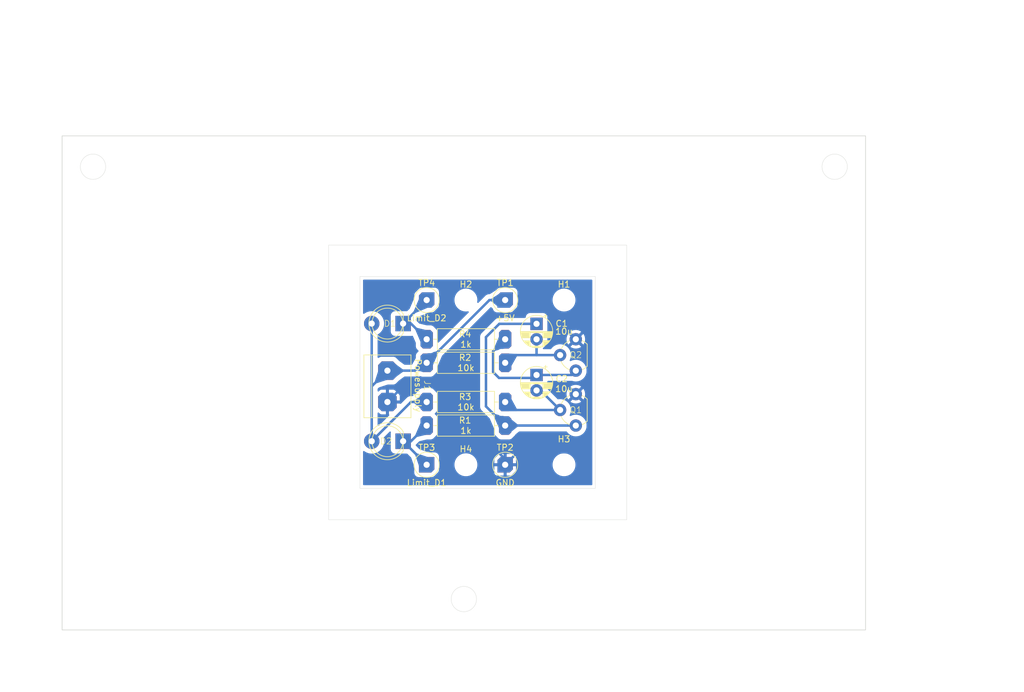
<source format=kicad_pcb>
(kicad_pcb (version 20241229) (generator "pcbnew") (generator_version "9.0")
  (title_block (title "${PROJECTNAME} CNC PCB Design") (comment 1 "Finn Ringelsiep"))
  (layers (0 "F.Cu" signal) (2 "B.Cu" signal) (13 "F.Paste" user) (15 "B.Paste" user) (5 "F.SilkS" user "F.Silkscreen") (7 "B.SilkS" user "B.Silkscreen") (1 "F.Mask" user) (3 "B.Mask" user) (25 "Edge.Cuts" user))
  (net 0 "")
  (net 1 "/Base_Q2")
  (net 2 "/Pre_Q1")
  (net 3 "/Base_Q1")
  (net 4 "/Pre_Q2")
  (net 5 "/Limit_D1")
  (net 6 "+5V")
  (net 7 "/Limit_D2")
  (net 8 "GND")
  (footprint "001 CNC Footprints:TestPoint" (layer "F.Cu") (at 146.05 108.585)
    (property "Reference" "TP2" (hide yes))
    (property "Value" "GND" (at 0 2.921 0) (layer "F.SilkS"))
    (fp_circle (center 0 0) (end 0 2.032) (stroke (width 0.12)) (fill no) (layer "F.SilkS"))
    (fp_text user "${REFERENCE}" (at 0 -2.794 0) (layer "F.SilkS"))
    (pad "1" thru_hole roundrect (at 0 0) (size 2.5 2.5) (drill 1) (layers "*.Cu" "*.Mask") (roundrect_rratio 0) (chamfer_ratio 0.2) (chamfer top_left bottom_right) (net 8 "GND"))
  )
  (footprint "MountingHole:MountingHole_3.2mm_M3" (layer "F.Cu") (at 155.575 108.585)
    (property "Reference" "H3" (at 0 -4.15 0) (layer "F.SilkS"))
    (property "Value" "MountingHole")
    (pad "" np_thru_hole circle (at 0 0) (size 3.2 3.2) (drill 3.2) (layers "*.Cu" "*.Mask"))
  )
  (footprint "001 CNC Footprints:TO-92" (layer "F.Cu") (at 157.48 90.805 90)
    (property "Reference" "Q2" (at 0 0 0) (layer "F.SilkS") (effects (font (thickness 0.1))))
    (property "Value" "BC546")
    (fp_line (start -1.822702 1.85) (end 1.777298 1.85) (stroke (width 0.12)) (layer "F.SilkS"))
    (fp_arc (start 1.02 -2.32) (mid 1.776785 -1.79763) (end 2.298374 -1.040306) (stroke (width 0.12)) (layer "F.SilkS"))
    (fp_arc (start -2.38 -1.06) (mid -1.845833 -1.832116) (end -1.0711 -2.36248) (stroke (width 0.12)) (layer "F.SilkS"))
    (fp_arc (start 2.31 1.04) (mid 2.077944 1.452717) (end 1.773693 1.815507) (stroke (width 0.12)) (layer "F.SilkS"))
    (fp_arc (start -1.834908 1.842923) (mid -2.143889 1.476828) (end -2.38 1.06) (stroke (width 0.12)) (layer "F.SilkS"))
    (pad "1" thru_hole circle (at -2.54 0 90) (size 2 2) (drill 1) (layers "*.Cu" "*.Mask") (net 4 "/Pre_Q2"))
    (pad "2" thru_hole circle (at -0.022702 -2.54 90) (size 2 2) (drill 1) (layers "*.Cu" "*.Mask") (net 1 "/Base_Q2"))
    (pad "3" thru_hole circle (at 2.54 0 90) (size 2 2) (drill 1) (layers "*.Cu" "*.Mask") (net 8 "GND"))
  )
  (footprint "001 CNC Footprints:LED 5mm" (layer "F.Cu") (at 129.61 104.775 180)
    (property "Reference" "D2" (at 3.88 0 0) (layer "F.SilkS") (effects (font (thickness 0.1)) (justify left)))
    (property "Value" "D" (hide yes))
    (fp_line (start 0.05 -1.545) (end 0.05 1.545) (stroke (width 0.12)) (layer "F.SilkS"))
    (fp_arc (start 5.6 0.000048) (mid 3.411756 2.880501) (end 0.05 1.54483) (stroke (width 0.12)) (layer "F.SilkS"))
    (fp_arc (start 0.05 -1.54483) (mid 3.411756 -2.880501) (end 5.6 -0.000048) (stroke (width 0.12)) (layer "F.SilkS"))
    (fp_circle (center 2.61 0) (end 5.11 0) (stroke (width 0.12)) (fill no) (layer "F.SilkS"))
    (pad "1" thru_hole rect (at 0.07 0 180) (size 2.5 2.5) (drill 1) (layers "*.Cu" "*.Mask") (net 5 "/Limit_D1"))
    (pad "2" thru_hole circle (at 5.15 0 180) (size 2.5 2.5) (drill 1) (layers "*.Cu" "*.Mask") (net 6 "+5V"))
  )
  (footprint "001 CNC Footprints:Resistor" (layer "F.Cu") (at 133.35 88.265)
    (property "Reference" "R4" (hide yes))
    (property "Value" "1k" (at 6.35 0.8382 0) (layer "F.SilkS"))
    (fp_line (start 1.143 0) (end 1.73 0) (stroke (width 0.12)) (layer "F.SilkS"))
    (fp_line (start 1.73 -1.72) (end 1.73 1.72) (stroke (width 0.12)) (layer "F.SilkS"))
    (fp_line (start 1.73 1.72) (end 10.97 1.72) (stroke (width 0.12)) (layer "F.SilkS"))
    (fp_line (start 10.97 -1.72) (end 1.73 -1.72) (stroke (width 0.12)) (layer "F.SilkS"))
    (fp_line (start 10.97 1.72) (end 10.97 -1.72) (stroke (width 0.12)) (layer "F.SilkS"))
    (fp_line (start 11.557 0) (end 10.97 0) (stroke (width 0.12)) (layer "F.SilkS"))
    (fp_text user "${REFERENCE}" (at 6.223 -0.8382 0) (layer "F.SilkS"))
    (pad "1" thru_hole roundrect (at 0 0) (size 2 3) (drill 1) (layers "*.Cu" "*.Mask") (roundrect_rratio 0) (chamfer_ratio 0.2) (chamfer top_left top_right bottom_left bottom_right) (net 7 "/Limit_D2"))
    (pad "2" thru_hole roundrect (at 12.7 0) (size 2 3) (drill 1) (layers "*.Cu" "*.Mask") (roundrect_rratio 0) (chamfer_ratio 0.2) (chamfer top_left top_right bottom_left bottom_right) (net 4 "/Pre_Q2"))
  )
  (footprint "001 CNC Footprints:TestPoint" (layer "F.Cu") (at 133.35 81.915)
    (property "Reference" "TP4" (hide yes))
    (property "Value" "Limit_D2" (at 0 2.921 0) (layer "F.SilkS"))
    (fp_circle (center 0 0) (end 0 2.032) (stroke (width 0.12)) (fill no) (layer "F.SilkS"))
    (fp_text user "${REFERENCE}" (at 0 -2.794 0) (layer "F.SilkS"))
    (pad "1" thru_hole roundrect (at 0 0) (size 2.5 2.5) (drill 1) (layers "*.Cu" "*.Mask") (roundrect_rratio 0) (chamfer_ratio 0.2) (chamfer top_left bottom_right) (net 7 "/Limit_D2"))
  )
  (footprint "001 CNC Footprints:Resistor" (layer "F.Cu") (at 133.35 98.425)
    (property "Reference" "R3" (hide yes))
    (property "Value" "10k" (at 6.35 0.8382 0) (layer "F.SilkS"))
    (fp_line (start 1.143 0) (end 1.73 0) (stroke (width 0.12)) (layer "F.SilkS"))
    (fp_line (start 1.73 -1.72) (end 1.73 1.72) (stroke (width 0.12)) (layer "F.SilkS"))
    (fp_line (start 1.73 1.72) (end 10.97 1.72) (stroke (width 0.12)) (layer "F.SilkS"))
    (fp_line (start 10.97 -1.72) (end 1.73 -1.72) (stroke (width 0.12)) (layer "F.SilkS"))
    (fp_line (start 10.97 1.72) (end 10.97 -1.72) (stroke (width 0.12)) (layer "F.SilkS"))
    (fp_line (start 11.557 0) (end 10.97 0) (stroke (width 0.12)) (layer "F.SilkS"))
    (fp_text user "${REFERENCE}" (at 6.223 -0.8382 0) (layer "F.SilkS"))
    (pad "1" thru_hole roundrect (at 0 0) (size 2 3) (drill 1) (layers "*.Cu" "*.Mask") (roundrect_rratio 0) (chamfer_ratio 0.2) (chamfer top_left top_right bottom_left bottom_right) (net 6 "+5V"))
    (pad "2" thru_hole roundrect (at 12.7 0) (size 2 3) (drill 1) (layers "*.Cu" "*.Mask") (roundrect_rratio 0) (chamfer_ratio 0.2) (chamfer top_left top_right bottom_left bottom_right) (net 3 "/Base_Q1"))
  )
  (footprint "001 CNC Footprints:LED 5mm" (layer "F.Cu") (at 129.61 85.725 180)
    (property "Reference" "D1" (at 3.245 0 0) (layer "F.SilkS") (effects (font (thickness 0.1)) (justify left)))
    (property "Value" "D" (hide yes))
    (fp_line (start 0.05 -1.545) (end 0.05 1.545) (stroke (width 0.12)) (layer "F.SilkS"))
    (fp_arc (start 5.6 0.000048) (mid 3.411756 2.880501) (end 0.05 1.54483) (stroke (width 0.12)) (layer "F.SilkS"))
    (fp_arc (start 0.05 -1.54483) (mid 3.411756 -2.880501) (end 5.6 -0.000048) (stroke (width 0.12)) (layer "F.SilkS"))
    (fp_circle (center 2.61 0) (end 5.11 0) (stroke (width 0.12)) (fill no) (layer "F.SilkS"))
    (pad "1" thru_hole rect (at 0.07 0 180) (size 2.5 2.5) (drill 1) (layers "*.Cu" "*.Mask") (net 7 "/Limit_D2"))
    (pad "2" thru_hole circle (at 5.15 0 180) (size 2.5 2.5) (drill 1) (layers "*.Cu" "*.Mask") (net 6 "+5V"))
  )
  (footprint "MountingHole:MountingHole_3.2mm_M3" (layer "F.Cu") (at 155.575 81.915)
    (property "Reference" "H1" (at 0 -2.54 0) (layer "F.SilkS"))
    (property "Value" "MountingHole")
    (pad "" np_thru_hole circle (at 0 0) (size 3.2 3.2) (drill 3.2) (layers "*.Cu" "*.Mask"))
  )
  (footprint "001 CNC Footprints:Terminal 2 Pol" (layer "F.Cu") (at 127 93.345 -90)
    (property "Reference" "J1" (at 2.413 -6.453 270) (layer "F.SilkS") (effects (font (thickness 0.1))))
    (property "Value" "Powesupply" (at 2.413 -4.953 270) (layer "F.SilkS"))
    (fp_line (start -2.54 3.81) (end 7.62 3.81) (stroke (width 0.12)) (layer "F.SilkS"))
    (fp_line (start 7.62 3.81) (end 7.62 -3.81) (stroke (width 0.12)) (layer "F.SilkS"))
    (fp_line (start 7.62 2.54) (end -2.54 2.54) (stroke (width 0.12)) (layer "F.SilkS"))
    (fp_line (start -2.54 -3.81) (end -2.54 3.81) (stroke (width 0.12)) (layer "F.SilkS"))
    (fp_line (start 7.62 -3.81) (end -2.54 -3.81) (stroke (width 0.12)) (layer "F.SilkS"))
    (pad "1" thru_hole roundrect (at 0 0 270) (size 3 3) (drill 1) (layers "*.Cu" "*.Mask") (roundrect_rratio 0) (chamfer_ratio 0.2) (chamfer top_left top_right bottom_left bottom_right) (net 6 "+5V"))
    (pad "2" thru_hole roundrect (at 5.08 0 270) (size 3 3) (drill 1) (layers "*.Cu" "*.Mask") (roundrect_rratio 0) (chamfer_ratio 0.2) (chamfer top_left top_right bottom_left bottom_right) (net 8 "GND"))
  )
  (footprint "MountingHole:MountingHole_3.2mm_M3" (layer "F.Cu") (at 139.7 81.915)
    (property "Reference" "H2" (at 0 -2.54 0) (layer "F.SilkS"))
    (property "Value" "MountingHole")
    (pad "" np_thru_hole circle (at 0 0) (size 3.2 3.2) (drill 3.2) (layers "*.Cu" "*.Mask"))
  )
  (footprint "001 CNC Footprints:1-10uF" (layer "F.Cu") (at 151.13 94.044888 -90)
    (property "Reference" "C2" (at 0.635 -4.064 0) (layer "F.SilkS"))
    (property "Value" "10u" (at 2.251 -4.445 0) (layer "F.SilkS"))
    (fp_line (start 1.49 1.04) (end 1.49 2.569) (stroke (width 0.12)) (layer "F.SilkS"))
    (fp_line (start 1.53 1.04) (end 1.53 2.565) (stroke (width 0.12)) (layer "F.SilkS"))
    (fp_line (start 1.57 1.04) (end 1.57 2.561) (stroke (width 0.12)) (layer "F.SilkS"))
    (fp_line (start 1.61 1.04) (end 1.61 2.556) (stroke (width 0.12)) (layer "F.SilkS"))
    (fp_line (start 1.65 1.04) (end 1.65 2.55) (stroke (width 0.12)) (layer "F.SilkS"))
    (fp_line (start 1.69 1.04) (end 1.69 2.543) (stroke (width 0.12)) (layer "F.SilkS"))
    (fp_line (start 1.73 1.04) (end 1.73 2.536) (stroke (width 0.12)) (layer "F.SilkS"))
    (fp_line (start 1.77 1.04) (end 1.77 2.528) (stroke (width 0.12)) (layer "F.SilkS"))
    (fp_line (start 1.81 1.04) (end 1.81 2.52) (stroke (width 0.12)) (layer "F.SilkS"))
    (fp_line (start 1.85 1.04) (end 1.85 2.511) (stroke (width 0.12)) (layer "F.SilkS"))
    (fp_line (start 1.89 1.04) (end 1.89 2.501) (stroke (width 0.12)) (layer "F.SilkS"))
    (fp_line (start 1.93 1.04) (end 1.93 2.491) (stroke (width 0.12)) (layer "F.SilkS"))
    (fp_line (start 1.971 1.04) (end 1.971 2.48) (stroke (width 0.12)) (layer "F.SilkS"))
    (fp_line (start 2.011 1.04) (end 2.011 2.468) (stroke (width 0.12)) (layer "F.SilkS"))
    (fp_line (start 2.051 1.04) (end 2.051 2.455) (stroke (width 0.12)) (layer "F.SilkS"))
    (fp_line (start 2.091 1.04) (end 2.091 2.442) (stroke (width 0.12)) (layer "F.SilkS"))
    (fp_line (start 2.131 1.04) (end 2.131 2.428) (stroke (width 0.12)) (layer "F.SilkS"))
    (fp_line (start 2.171 1.04) (end 2.171 2.414) (stroke (width 0.12)) (layer "F.SilkS"))
    (fp_line (start 2.211 1.04) (end 2.211 2.398) (stroke (width 0.12)) (layer "F.SilkS"))
    (fp_line (start 2.251 1.04) (end 2.251 2.382) (stroke (width 0.12)) (layer "F.SilkS"))
    (fp_line (start 2.771 1.04) (end 2.771 2.095) (stroke (width 0.12)) (layer "F.SilkS"))
    (fp_line (start 2.811 1.04) (end 2.811 2.065) (stroke (width 0.12)) (layer "F.SilkS"))
    (fp_line (start 2.851 1.04) (end 2.851 2.035) (stroke (width 0.12)) (layer "F.SilkS"))
    (fp_line (start 2.891 1.04) (end 2.891 2.004) (stroke (width 0.12)) (layer "F.SilkS"))
    (fp_line (start 2.931 1.04) (end 2.931 1.971) (stroke (width 0.12)) (layer "F.SilkS"))
    (fp_line (start 2.971 1.04) (end 2.971 1.937) (stroke (width 0.12)) (layer "F.SilkS"))
    (fp_line (start 3.011 1.04) (end 3.011 1.901) (stroke (width 0.12)) (layer "F.SilkS"))
    (fp_line (start 3.051 1.04) (end 3.051 1.864) (stroke (width 0.12)) (layer "F.SilkS"))
    (fp_line (start 3.091 1.04) (end 3.091 1.826) (stroke (width 0.12)) (layer "F.SilkS"))
    (fp_line (start 3.131 1.04) (end 3.131 1.785) (stroke (width 0.12)) (layer "F.SilkS"))
    (fp_line (start 3.171 1.04) (end 3.171 1.743) (stroke (width 0.12)) (layer "F.SilkS"))
    (fp_line (start 3.211 1.04) (end 3.211 1.699) (stroke (width 0.12)) (layer "F.SilkS"))
    (fp_line (start 3.251 1.04) (end 3.251 1.653) (stroke (width 0.12)) (layer "F.SilkS"))
    (fp_line (start 3.291 1.04) (end 3.291 1.605) (stroke (width 0.12)) (layer "F.SilkS"))
    (fp_line (start 3.331 1.04) (end 3.331 1.554) (stroke (width 0.12)) (layer "F.SilkS"))
    (fp_line (start 3.371 1.04) (end 3.371 1.5) (stroke (width 0.12)) (layer "F.SilkS"))
    (fp_line (start 3.411 1.04) (end 3.411 1.443) (stroke (width 0.12)) (layer "F.SilkS"))
    (fp_line (start 3.451 1.04) (end 3.451 1.383) (stroke (width 0.12)) (layer "F.SilkS"))
    (fp_line (start 3.491 1.04) (end 3.491 1.319) (stroke (width 0.12)) (layer "F.SilkS"))
    (fp_line (start 3.531 1.04) (end 3.531 1.251) (stroke (width 0.12)) (layer "F.SilkS"))
    (fp_line (start 3.851 -0.284) (end 3.851 0.284) (stroke (width 0.12)) (layer "F.SilkS"))
    (fp_line (start 3.811 -0.518) (end 3.811 0.518) (stroke (width 0.12)) (layer "F.SilkS"))
    (fp_line (start 3.771 -0.677) (end 3.771 0.677) (stroke (width 0.12)) (layer "F.SilkS"))
    (fp_line (start 3.731 -0.805) (end 3.731 0.805) (stroke (width 0.12)) (layer "F.SilkS"))
    (fp_line (start 3.691 -0.915) (end 3.691 0.915) (stroke (width 0.12)) (layer "F.SilkS"))
    (fp_line (start 3.651 -1.011) (end 3.651 1.011) (stroke (width 0.12)) (layer "F.SilkS"))
    (fp_line (start 3.611 -1.098) (end 3.611 1.098) (stroke (width 0.12)) (layer "F.SilkS"))
    (fp_line (start 3.611 -1.178) (end 3.611 1.178) (stroke (width 0.12)) (layer "F.SilkS"))
    (fp_line (start 3.531 -1.251) (end 3.531 -1.04) (stroke (width 0.12)) (layer "F.SilkS"))
    (fp_line (start 3.491 -1.319) (end 3.491 -1.04) (stroke (width 0.12)) (layer "F.SilkS"))
    (fp_line (start 3.451 -1.383) (end 3.451 -1.04) (stroke (width 0.12)) (layer "F.SilkS"))
    (fp_line (start 3.411 -1.443) (end 3.411 -1.04) (stroke (width 0.12)) (layer "F.SilkS"))
    (fp_line (start -1.554775 -1.475) (end -1.054775 -1.475) (stroke (width 0.12)) (layer "F.SilkS"))
    (fp_line (start 3.371 -1.5) (end 3.371 -1.04) (stroke (width 0.12)) (layer "F.SilkS"))
    (fp_line (start 3.331 -1.554) (end 3.331 -1.04) (stroke (width 0.12)) (layer "F.SilkS"))
    (fp_line (start 3.291 -1.605) (end 3.291 -1.04) (stroke (width 0.12)) (layer "F.SilkS"))
    (fp_line (start 3.251 -1.653) (end 3.251 -1.04) (stroke (width 0.12)) (layer "F.SilkS"))
    (fp_line (start 3.211 -1.699) (end 3.211 -1.04) (stroke (width 0.12)) (layer "F.SilkS"))
    (fp_line (start -1.304775 -1.725) (end -1.304775 -1.225) (stroke (width 0.12)) (layer "F.SilkS"))
    (fp_line (start 3.171 -1.743) (end 3.171 -1.04) (stroke (width 0.12)) (layer "F.SilkS"))
    (fp_line (start 3.131 -1.785) (end 3.131 -1.04) (stroke (width 0.12)) (layer "F.SilkS"))
    (fp_line (start 3.091 -1.826) (end 3.091 -1.04) (stroke (width 0.12)) (layer "F.SilkS"))
    (fp_line (start 3.051 -1.864) (end 3.051 -1.04) (stroke (width 0.12)) (layer "F.SilkS"))
    (fp_line (start 3.011 -1.901) (end 3.011 -1.04) (stroke (width 0.12)) (layer "F.SilkS"))
    (fp_line (start 2.971 -1.937) (end 2.971 -1.04) (stroke (width 0.12)) (layer "F.SilkS"))
    (fp_line (start 2.931 -1.971) (end 2.931 -1.04) (stroke (width 0.12)) (layer "F.SilkS"))
    (fp_line (start 2.891 -2.004) (end 2.891 -1.04) (stroke (width 0.12)) (layer "F.SilkS"))
    (fp_line (start 2.851 -2.035) (end 2.851 -1.04) (stroke (width 0.12)) (layer "F.SilkS"))
    (fp_line (start 2.811 -2.065) (end 2.811 -1.04) (stroke (width 0.12)) (layer "F.SilkS"))
    (fp_line (start 2.771 -2.095) (end 2.771 -1.04) (stroke (width 0.12)) (layer "F.SilkS"))
    (fp_line (start 2.731 -2.122) (end 2.731 -1.04) (stroke (width 0.12)) (layer "F.SilkS"))
    (fp_line (start 2.251 -2.382) (end 2.251 -1.04) (stroke (width 0.12)) (layer "F.SilkS"))
    (fp_line (start 2.211 -2.398) (end 2.211 -1.04) (stroke (width 0.12)) (layer "F.SilkS"))
    (fp_line (start 2.171 -2.414) (end 2.171 -1.04) (stroke (width 0.12)) (layer "F.SilkS"))
    (fp_line (start 2.131 -2.428) (end 2.131 -1.04) (stroke (width 0.12)) (layer "F.SilkS"))
    (fp_line (start 2.091 -2.442) (end 2.091 -1.04) (stroke (width 0.12)) (layer "F.SilkS"))
    (fp_line (start 2.051 -2.455) (end 2.051 -1.04) (stroke (width 0.12)) (layer "F.SilkS"))
    (fp_line (start 2.011 -2.468) (end 2.011 -1.04) (stroke (width 0.12)) (layer "F.SilkS"))
    (fp_line (start 1.971 -2.48) (end 1.971 -1.04) (stroke (width 0.12)) (layer "F.SilkS"))
    (fp_line (start 1.93 -2.491) (end 1.93 -1.04) (stroke (width 0.12)) (layer "F.SilkS"))
    (fp_line (start 1.89 -2.501) (end 1.89 -1.04) (stroke (width 0.12)) (layer "F.SilkS"))
    (fp_line (start 1.85 -2.511) (end 1.85 -1.04) (stroke (width 0.12)) (layer "F.SilkS"))
    (fp_line (start 1.81 -2.52) (end 1.81 -1.04) (stroke (width 0.12)) (layer "F.SilkS"))
    (fp_line (start 1.77 -2.528) (end 1.77 -1.04) (stroke (width 0.12)) (layer "F.SilkS"))
    (fp_line (start 1.73 -2.536) (end 1.73 -1.04) (stroke (width 0.12)) (layer "F.SilkS"))
    (fp_line (start 1.69 -2.543) (end 1.69 -1.04) (stroke (width 0.12)) (layer "F.SilkS"))
    (fp_line (start 1.65 -2.55) (end 1.65 -1.04) (stroke (width 0.12)) (layer "F.SilkS"))
    (fp_line (start 1.61 -2.556) (end 1.61 -1.04) (stroke (width 0.12)) (layer "F.SilkS"))
    (fp_line (start 1.57 -2.561) (end 1.57 -1.04) (stroke (width 0.12)) (layer "F.SilkS"))
    (fp_line (start 1.53 -2.565) (end 1.53 -1.04) (stroke (width 0.12)) (layer "F.SilkS"))
    (fp_line (start 1.49 -2.569) (end 1.49 -1.04) (stroke (width 0.12)) (layer "F.SilkS"))
    (fp_line (start 1.41 -2.573) (end 1.41 2.573) (stroke (width 0.12)) (layer "F.SilkS"))
    (fp_line (start 1.41 -2.576) (end 1.41 2.576) (stroke (width 0.12)) (layer "F.SilkS"))
    (fp_line (start 1.37 -2.578) (end 1.37 2.578) (stroke (width 0.12)) (layer "F.SilkS"))
    (fp_line (start 1.33 -2.579) (end 1.33 2.579) (stroke (width 0.12)) (layer "F.SilkS"))
    (fp_line (start 1.25 -2.58) (end 1.25 2.58) (stroke (width 0.12)) (layer "F.SilkS"))
    (fp_line (start 1.29 -2.58) (end 1.29 2.58) (stroke (width 0.12)) (layer "F.SilkS"))
    (fp_circle (center 1.25 0) (end 3.87 0) (stroke (width 0.12)) (fill no) (layer "F.SilkS"))
    (pad "1" thru_hole rect (at 0 0 270) (size 2 2) (drill 1) (layers "*.Cu" "*.Mask") (net 4 "/Pre_Q2"))
    (pad "2" thru_hole circle (at 2.5 0 270) (size 2 2) (drill 1) (layers "*.Cu" "*.Mask") (net 3 "/Base_Q1"))
  )
  (footprint "001 CNC Footprints:1-10uF" (layer "F.Cu") (at 151.13 85.765 -90)
    (property "Reference" "C1" (at -0.04 -4.064 0) (layer "F.SilkS"))
    (property "Value" "10u" (at 1.23 -4.445 0) (layer "F.SilkS"))
    (fp_line (start 1.49 1.04) (end 1.49 2.569) (stroke (width 0.12)) (layer "F.SilkS"))
    (fp_line (start 1.53 1.04) (end 1.53 2.565) (stroke (width 0.12)) (layer "F.SilkS"))
    (fp_line (start 1.57 1.04) (end 1.57 2.561) (stroke (width 0.12)) (layer "F.SilkS"))
    (fp_line (start 1.61 1.04) (end 1.61 2.556) (stroke (width 0.12)) (layer "F.SilkS"))
    (fp_line (start 1.65 1.04) (end 1.65 2.55) (stroke (width 0.12)) (layer "F.SilkS"))
    (fp_line (start 1.69 1.04) (end 1.69 2.543) (stroke (width 0.12)) (layer "F.SilkS"))
    (fp_line (start 1.73 1.04) (end 1.73 2.536) (stroke (width 0.12)) (layer "F.SilkS"))
    (fp_line (start 1.77 1.04) (end 1.77 2.528) (stroke (width 0.12)) (layer "F.SilkS"))
    (fp_line (start 1.81 1.04) (end 1.81 2.52) (stroke (width 0.12)) (layer "F.SilkS"))
    (fp_line (start 1.85 1.04) (end 1.85 2.511) (stroke (width 0.12)) (layer "F.SilkS"))
    (fp_line (start 1.89 1.04) (end 1.89 2.501) (stroke (width 0.12)) (layer "F.SilkS"))
    (fp_line (start 1.93 1.04) (end 1.93 2.491) (stroke (width 0.12)) (layer "F.SilkS"))
    (fp_line (start 1.971 1.04) (end 1.971 2.48) (stroke (width 0.12)) (layer "F.SilkS"))
    (fp_line (start 2.011 1.04) (end 2.011 2.468) (stroke (width 0.12)) (layer "F.SilkS"))
    (fp_line (start 2.051 1.04) (end 2.051 2.455) (stroke (width 0.12)) (layer "F.SilkS"))
    (fp_line (start 2.091 1.04) (end 2.091 2.442) (stroke (width 0.12)) (layer "F.SilkS"))
    (fp_line (start 2.131 1.04) (end 2.131 2.428) (stroke (width 0.12)) (layer "F.SilkS"))
    (fp_line (start 2.171 1.04) (end 2.171 2.414) (stroke (width 0.12)) (layer "F.SilkS"))
    (fp_line (start 2.211 1.04) (end 2.211 2.398) (stroke (width 0.12)) (layer "F.SilkS"))
    (fp_line (start 2.251 1.04) (end 2.251 2.382) (stroke (width 0.12)) (layer "F.SilkS"))
    (fp_line (start 2.771 1.04) (end 2.771 2.095) (stroke (width 0.12)) (layer "F.SilkS"))
    (fp_line (start 2.811 1.04) (end 2.811 2.065) (stroke (width 0.12)) (layer "F.SilkS"))
    (fp_line (start 2.851 1.04) (end 2.851 2.035) (stroke (width 0.12)) (layer "F.SilkS"))
    (fp_line (start 2.891 1.04) (end 2.891 2.004) (stroke (width 0.12)) (layer "F.SilkS"))
    (fp_line (start 2.931 1.04) (end 2.931 1.971) (stroke (width 0.12)) (layer "F.SilkS"))
    (fp_line (start 2.971 1.04) (end 2.971 1.937) (stroke (width 0.12)) (layer "F.SilkS"))
    (fp_line (start 3.011 1.04) (end 3.011 1.901) (stroke (width 0.12)) (layer "F.SilkS"))
    (fp_line (start 3.051 1.04) (end 3.051 1.864) (stroke (width 0.12)) (layer "F.SilkS"))
    (fp_line (start 3.091 1.04) (end 3.091 1.826) (stroke (width 0.12)) (layer "F.SilkS"))
    (fp_line (start 3.131 1.04) (end 3.131 1.785) (stroke (width 0.12)) (layer "F.SilkS"))
    (fp_line (start 3.171 1.04) (end 3.171 1.743) (stroke (width 0.12)) (layer "F.SilkS"))
    (fp_line (start 3.211 1.04) (end 3.211 1.699) (stroke (width 0.12)) (layer "F.SilkS"))
    (fp_line (start 3.251 1.04) (end 3.251 1.653) (stroke (width 0.12)) (layer "F.SilkS"))
    (fp_line (start 3.291 1.04) (end 3.291 1.605) (stroke (width 0.12)) (layer "F.SilkS"))
    (fp_line (start 3.331 1.04) (end 3.331 1.554) (stroke (width 0.12)) (layer "F.SilkS"))
    (fp_line (start 3.371 1.04) (end 3.371 1.5) (stroke (width 0.12)) (layer "F.SilkS"))
    (fp_line (start 3.411 1.04) (end 3.411 1.443) (stroke (width 0.12)) (layer "F.SilkS"))
    (fp_line (start 3.451 1.04) (end 3.451 1.383) (stroke (width 0.12)) (layer "F.SilkS"))
    (fp_line (start 3.491 1.04) (end 3.491 1.319) (stroke (width 0.12)) (layer "F.SilkS"))
    (fp_line (start 3.531 1.04) (end 3.531 1.251) (stroke (width 0.12)) (layer "F.SilkS"))
    (fp_line (start 3.851 -0.284) (end 3.851 0.284) (stroke (width 0.12)) (layer "F.SilkS"))
    (fp_line (start 3.811 -0.518) (end 3.811 0.518) (stroke (width 0.12)) (layer "F.SilkS"))
    (fp_line (start 3.771 -0.677) (end 3.771 0.677) (stroke (width 0.12)) (layer "F.SilkS"))
    (fp_line (start 3.731 -0.805) (end 3.731 0.805) (stroke (width 0.12)) (layer "F.SilkS"))
    (fp_line (start 3.691 -0.915) (end 3.691 0.915) (stroke (width 0.12)) (layer "F.SilkS"))
    (fp_line (start 3.651 -1.011) (end 3.651 1.011) (stroke (width 0.12)) (layer "F.SilkS"))
    (fp_line (start 3.611 -1.098) (end 3.611 1.098) (stroke (width 0.12)) (layer "F.SilkS"))
    (fp_line (start 3.611 -1.178) (end 3.611 1.178) (stroke (width 0.12)) (layer "F.SilkS"))
    (fp_line (start 3.531 -1.251) (end 3.531 -1.04) (stroke (width 0.12)) (layer "F.SilkS"))
    (fp_line (start 3.491 -1.319) (end 3.491 -1.04) (stroke (width 0.12)) (layer "F.SilkS"))
    (fp_line (start 3.451 -1.383) (end 3.451 -1.04) (stroke (width 0.12)) (layer "F.SilkS"))
    (fp_line (start 3.411 -1.443) (end 3.411 -1.04) (stroke (width 0.12)) (layer "F.SilkS"))
    (fp_line (start -1.554775 -1.475) (end -1.054775 -1.475) (stroke (width 0.12)) (layer "F.SilkS"))
    (fp_line (start 3.371 -1.5) (end 3.371 -1.04) (stroke (width 0.12)) (layer "F.SilkS"))
    (fp_line (start 3.331 -1.554) (end 3.331 -1.04) (stroke (width 0.12)) (layer "F.SilkS"))
    (fp_line (start 3.291 -1.605) (end 3.291 -1.04) (stroke (width 0.12)) (layer "F.SilkS"))
    (fp_line (start 3.251 -1.653) (end 3.251 -1.04) (stroke (width 0.12)) (layer "F.SilkS"))
    (fp_line (start 3.211 -1.699) (end 3.211 -1.04) (stroke (width 0.12)) (layer "F.SilkS"))
    (fp_line (start -1.304775 -1.725) (end -1.304775 -1.225) (stroke (width 0.12)) (layer "F.SilkS"))
    (fp_line (start 3.171 -1.743) (end 3.171 -1.04) (stroke (width 0.12)) (layer "F.SilkS"))
    (fp_line (start 3.131 -1.785) (end 3.131 -1.04) (stroke (width 0.12)) (layer "F.SilkS"))
    (fp_line (start 3.091 -1.826) (end 3.091 -1.04) (stroke (width 0.12)) (layer "F.SilkS"))
    (fp_line (start 3.051 -1.864) (end 3.051 -1.04) (stroke (width 0.12)) (layer "F.SilkS"))
    (fp_line (start 3.011 -1.901) (end 3.011 -1.04) (stroke (width 0.12)) (layer "F.SilkS"))
    (fp_line (start 2.971 -1.937) (end 2.971 -1.04) (stroke (width 0.12)) (layer "F.SilkS"))
    (fp_line (start 2.931 -1.971) (end 2.931 -1.04) (stroke (width 0.12)) (layer "F.SilkS"))
    (fp_line (start 2.891 -2.004) (end 2.891 -1.04) (stroke (width 0.12)) (layer "F.SilkS"))
    (fp_line (start 2.851 -2.035) (end 2.851 -1.04) (stroke (width 0.12)) (layer "F.SilkS"))
    (fp_line (start 2.811 -2.065) (end 2.811 -1.04) (stroke (width 0.12)) (layer "F.SilkS"))
    (fp_line (start 2.771 -2.095) (end 2.771 -1.04) (stroke (width 0.12)) (layer "F.SilkS"))
    (fp_line (start 2.731 -2.122) (end 2.731 -1.04) (stroke (width 0.12)) (layer "F.SilkS"))
    (fp_line (start 2.251 -2.382) (end 2.251 -1.04) (stroke (width 0.12)) (layer "F.SilkS"))
    (fp_line (start 2.211 -2.398) (end 2.211 -1.04) (stroke (width 0.12)) (layer "F.SilkS"))
    (fp_line (start 2.171 -2.414) (end 2.171 -1.04) (stroke (width 0.12)) (layer "F.SilkS"))
    (fp_line (start 2.131 -2.428) (end 2.131 -1.04) (stroke (width 0.12)) (layer "F.SilkS"))
    (fp_line (start 2.091 -2.442) (end 2.091 -1.04) (stroke (width 0.12)) (layer "F.SilkS"))
    (fp_line (start 2.051 -2.455) (end 2.051 -1.04) (stroke (width 0.12)) (layer "F.SilkS"))
    (fp_line (start 2.011 -2.468) (end 2.011 -1.04) (stroke (width 0.12)) (layer "F.SilkS"))
    (fp_line (start 1.971 -2.48) (end 1.971 -1.04) (stroke (width 0.12)) (layer "F.SilkS"))
    (fp_line (start 1.93 -2.491) (end 1.93 -1.04) (stroke (width 0.12)) (layer "F.SilkS"))
    (fp_line (start 1.89 -2.501) (end 1.89 -1.04) (stroke (width 0.12)) (layer "F.SilkS"))
    (fp_line (start 1.85 -2.511) (end 1.85 -1.04) (stroke (width 0.12)) (layer "F.SilkS"))
    (fp_line (start 1.81 -2.52) (end 1.81 -1.04) (stroke (width 0.12)) (layer "F.SilkS"))
    (fp_line (start 1.77 -2.528) (end 1.77 -1.04) (stroke (width 0.12)) (layer "F.SilkS"))
    (fp_line (start 1.73 -2.536) (end 1.73 -1.04) (stroke (width 0.12)) (layer "F.SilkS"))
    (fp_line (start 1.69 -2.543) (end 1.69 -1.04) (stroke (width 0.12)) (layer "F.SilkS"))
    (fp_line (start 1.65 -2.55) (end 1.65 -1.04) (stroke (width 0.12)) (layer "F.SilkS"))
    (fp_line (start 1.61 -2.556) (end 1.61 -1.04) (stroke (width 0.12)) (layer "F.SilkS"))
    (fp_line (start 1.57 -2.561) (end 1.57 -1.04) (stroke (width 0.12)) (layer "F.SilkS"))
    (fp_line (start 1.53 -2.565) (end 1.53 -1.04) (stroke (width 0.12)) (layer "F.SilkS"))
    (fp_line (start 1.49 -2.569) (end 1.49 -1.04) (stroke (width 0.12)) (layer "F.SilkS"))
    (fp_line (start 1.41 -2.573) (end 1.41 2.573) (stroke (width 0.12)) (layer "F.SilkS"))
    (fp_line (start 1.41 -2.576) (end 1.41 2.576) (stroke (width 0.12)) (layer "F.SilkS"))
    (fp_line (start 1.37 -2.578) (end 1.37 2.578) (stroke (width 0.12)) (layer "F.SilkS"))
    (fp_line (start 1.33 -2.579) (end 1.33 2.579) (stroke (width 0.12)) (layer "F.SilkS"))
    (fp_line (start 1.25 -2.58) (end 1.25 2.58) (stroke (width 0.12)) (layer "F.SilkS"))
    (fp_line (start 1.29 -2.58) (end 1.29 2.58) (stroke (width 0.12)) (layer "F.SilkS"))
    (fp_circle (center 1.25 0) (end 3.87 0) (stroke (width 0.12)) (fill no) (layer "F.SilkS"))
    (pad "1" thru_hole rect (at 0 0 270) (size 2 2) (drill 1) (layers "*.Cu" "*.Mask") (net 2 "/Pre_Q1"))
    (pad "2" thru_hole circle (at 2.5 0 270) (size 2 2) (drill 1) (layers "*.Cu" "*.Mask") (net 1 "/Base_Q2"))
  )
  (footprint "001 CNC Footprints:Resistor" (layer "F.Cu") (at 133.35 102.235)
    (property "Reference" "R1" (hide yes))
    (property "Value" "1k" (at 6.35 0.8382 0) (layer "F.SilkS"))
    (fp_line (start 1.143 0) (end 1.73 0) (stroke (width 0.12)) (layer "F.SilkS"))
    (fp_line (start 1.73 -1.72) (end 1.73 1.72) (stroke (width 0.12)) (layer "F.SilkS"))
    (fp_line (start 1.73 1.72) (end 10.97 1.72) (stroke (width 0.12)) (layer "F.SilkS"))
    (fp_line (start 10.97 -1.72) (end 1.73 -1.72) (stroke (width 0.12)) (layer "F.SilkS"))
    (fp_line (start 10.97 1.72) (end 10.97 -1.72) (stroke (width 0.12)) (layer "F.SilkS"))
    (fp_line (start 11.557 0) (end 10.97 0) (stroke (width 0.12)) (layer "F.SilkS"))
    (fp_text user "${REFERENCE}" (at 6.223 -0.8382 0) (layer "F.SilkS"))
    (pad "1" thru_hole roundrect (at 0 0) (size 2 3) (drill 1) (layers "*.Cu" "*.Mask") (roundrect_rratio 0) (chamfer_ratio 0.2) (chamfer top_left top_right bottom_left bottom_right) (net 5 "/Limit_D1"))
    (pad "2" thru_hole roundrect (at 12.7 0) (size 2 3) (drill 1) (layers "*.Cu" "*.Mask") (roundrect_rratio 0) (chamfer_ratio 0.2) (chamfer top_left top_right bottom_left bottom_right) (net 2 "/Pre_Q1"))
  )
  (footprint "MountingHole:MountingHole_3.2mm_M3" (layer "F.Cu") (at 139.7 108.585 180)
    (property "Reference" "H4" (at 0 2.54 0) (layer "F.SilkS"))
    (property "Value" "MountingHole")
    (pad "" np_thru_hole circle (at 0 0 180) (size 3.2 3.2) (drill 3.2) (layers "*.Cu" "*.Mask"))
  )
  (footprint "001 CNC Footprints:TestPoint" (layer "F.Cu") (at 133.35 108.585)
    (property "Reference" "TP3" (hide yes))
    (property "Value" "Limit_D1" (at 0 2.921 0) (layer "F.SilkS"))
    (fp_circle (center 0 0) (end 0 2.032) (stroke (width 0.12)) (fill no) (layer "F.SilkS"))
    (fp_text user "${REFERENCE}" (at 0 -2.794 0) (layer "F.SilkS"))
    (pad "1" thru_hole roundrect (at 0 0) (size 2.5 2.5) (drill 1) (layers "*.Cu" "*.Mask") (roundrect_rratio 0) (chamfer_ratio 0.2) (chamfer top_left bottom_right) (net 5 "/Limit_D1"))
  )
  (footprint "001 CNC Footprints:TestPoint" (layer "F.Cu") (at 146.05 81.915)
    (property "Reference" "TP1" (hide yes))
    (property "Value" "+5V" (at 0 2.921 0) (layer "F.SilkS"))
    (fp_circle (center 0 0) (end 0 2.032) (stroke (width 0.12)) (fill no) (layer "F.SilkS"))
    (fp_text user "${REFERENCE}" (at 0 -2.794 0) (layer "F.SilkS"))
    (pad "1" thru_hole roundrect (at 0 0) (size 2.5 2.5) (drill 1) (layers "*.Cu" "*.Mask") (roundrect_rratio 0) (chamfer_ratio 0.2) (chamfer top_left bottom_right) (net 6 "+5V"))
  )
  (footprint "001 CNC Footprints:TO-92" (layer "F.Cu") (at 157.48 99.695 90)
    (property "Reference" "Q1" (at -0.022703 0 0) (layer "F.SilkS") (effects (font (thickness 0.1))))
    (property "Value" "BC546")
    (fp_line (start -1.822702 1.85) (end 1.777298 1.85) (stroke (width 0.12)) (layer "F.SilkS"))
    (fp_arc (start 1.02 -2.32) (mid 1.776785 -1.79763) (end 2.298374 -1.040306) (stroke (width 0.12)) (layer "F.SilkS"))
    (fp_arc (start -2.38 -1.06) (mid -1.845833 -1.832116) (end -1.0711 -2.36248) (stroke (width 0.12)) (layer "F.SilkS"))
    (fp_arc (start 2.31 1.04) (mid 2.077944 1.452717) (end 1.773693 1.815507) (stroke (width 0.12)) (layer "F.SilkS"))
    (fp_arc (start -1.834908 1.842923) (mid -2.143889 1.476828) (end -2.38 1.06) (stroke (width 0.12)) (layer "F.SilkS"))
    (pad "1" thru_hole circle (at -2.54 0 90) (size 2 2) (drill 1) (layers "*.Cu" "*.Mask") (net 2 "/Pre_Q1"))
    (pad "2" thru_hole circle (at -0.022702 -2.54 90) (size 2 2) (drill 1) (layers "*.Cu" "*.Mask") (net 3 "/Base_Q1"))
    (pad "3" thru_hole circle (at 2.54 0 90) (size 2 2) (drill 1) (layers "*.Cu" "*.Mask") (net 8 "GND"))
  )
  (footprint "001 CNC Footprints:Resistor" (layer "F.Cu") (at 133.35 92.075)
    (property "Reference" "R2" (hide yes))
    (property "Value" "10k" (at 6.35 0.8382 0) (layer "F.SilkS"))
    (fp_line (start 1.143 0) (end 1.73 0) (stroke (width 0.12)) (layer "F.SilkS"))
    (fp_line (start 1.73 -1.72) (end 1.73 1.72) (stroke (width 0.12)) (layer "F.SilkS"))
    (fp_line (start 1.73 1.72) (end 10.97 1.72) (stroke (width 0.12)) (layer "F.SilkS"))
    (fp_line (start 10.97 -1.72) (end 1.73 -1.72) (stroke (width 0.12)) (layer "F.SilkS"))
    (fp_line (start 10.97 1.72) (end 10.97 -1.72) (stroke (width 0.12)) (layer "F.SilkS"))
    (fp_line (start 11.557 0) (end 10.97 0) (stroke (width 0.12)) (layer "F.SilkS"))
    (fp_text user "${REFERENCE}" (at 6.223 -0.8382 0) (layer "F.SilkS"))
    (pad "1" thru_hole roundrect (at 0 0) (size 2 3) (drill 1) (layers "*.Cu" "*.Mask") (roundrect_rratio 0) (chamfer_ratio 0.2) (chamfer top_left top_right bottom_left bottom_right) (net 6 "+5V"))
    (pad "2" thru_hole roundrect (at 12.7 0) (size 2 3) (drill 1) (layers "*.Cu" "*.Mask") (roundrect_rratio 0) (chamfer_ratio 0.2) (chamfer top_left top_right bottom_left bottom_right) (net 1 "/Base_Q2"))
  )
  (gr_rect (start 117.475 73.025) (end 165.735 117.475) (stroke (width 0.05)) (fill no) (layer "Edge.Cuts"))
  (gr_circle (center 79.366 60.33) (end 81.416 60.33) (stroke (width 0.05)) (fill no) (layer "Edge.Cuts"))
  (gr_rect (start 122.555 78.105) (end 160.655 112.395) (stroke (width 0.05)) (fill no) (layer "Edge.Cuts"))
  (gr_circle (center 139.366 130.33) (end 141.416 130.33) (stroke (width 0.05)) (fill no) (layer "Edge.Cuts"))
  (gr_rect (start 74.366 55.33) (end 204.366 135.33) (stroke (width 0.1)) (fill no) (layer "Edge.Cuts"))
  (gr_circle (center 199.366 60.33) (end 201.416 60.33) (stroke (width 0.05)) (fill no) (layer "Edge.Cuts"))
  (segment (start 151.13 88.265) (end 151.13 90.827702) (width 0.4) (layer "B.Cu") (net 1))
  (segment (start 147.297298 90.827702) (end 151.13 90.827702) (width 0.4) (layer "B.Cu") (net 1))
  (segment (start 146.05 92.075) (end 147.297298 90.827702) (width 0.4) (layer "B.Cu") (net 1))
  (segment (start 151.13 90.827702) (end 154.94 90.827702) (width 0.4) (layer "B.Cu") (net 1))
  (segment (start 151.13 85.765) (end 145.105082 85.765) (width 0.4) (layer "B.Cu") (net 2))
  (segment (start 146.05 102.235) (end 157.48 102.235) (width 0.4) (layer "B.Cu") (net 2))
  (segment (start 142.948 87.922082) (end 142.948 99.133) (width 0.4) (layer "B.Cu") (net 2))
  (segment (start 142.948 99.133) (end 146.05 102.235) (width 0.4) (layer "B.Cu") (net 2))
  (segment (start 145.105082 85.765) (end 142.948 87.922082) (width 0.4) (layer "B.Cu") (net 2))
  (segment (start 154.94 99.717702) (end 151.767186 96.544888) (width 0.4) (layer "B.Cu") (net 3))
  (segment (start 146.05 98.425) (end 147.342702 99.717702) (width 0.4) (layer "B.Cu") (net 3))
  (segment (start 147.342702 99.717702) (end 154.94 99.717702) (width 0.4) (layer "B.Cu") (net 3))
  (segment (start 151.767186 96.544888) (end 151.13 96.544888) (width 0.4) (layer "B.Cu") (net 3))
  (segment (start 145.056082 94.526) (end 150.648888 94.526) (width 0.4) (layer "B.Cu") (net 4))
  (segment (start 151.13 94.044888) (end 156.780112 94.044888) (width 0.4) (layer "B.Cu") (net 4))
  (segment (start 156.780112 94.044888) (end 157.48 93.345) (width 0.4) (layer "B.Cu") (net 4))
  (segment (start 150.648888 94.526) (end 151.13 94.044888) (width 0.4) (layer "B.Cu") (net 4))
  (segment (start 144.099 93.568918) (end 145.056082 94.526) (width 0.4) (layer "B.Cu") (net 4))
  (segment (start 144.099 90.216) (end 144.099 93.568918) (width 0.4) (layer "B.Cu") (net 4))
  (segment (start 146.05 88.265) (end 144.099 90.216) (width 0.4) (layer "B.Cu") (net 4))
  (segment (start 129.54 104.775) (end 133.35 108.585) (width 0.4) (layer "B.Cu") (net 5))
  (segment (start 129.54 104.775) (end 130.81 104.775) (width 0.4) (layer "B.Cu") (net 5))
  (segment (start 130.81 104.775) (end 133.35 102.235) (width 0.4) (layer "B.Cu") (net 5))
  (segment (start 132.715 92.075) (end 131.445 93.345) (width 0.4) (layer "B.Cu") (net 6))
  (segment (start 133.35 92.075) (end 143.51 81.915) (width 0.4) (layer "B.Cu") (net 6))
  (segment (start 130.81 98.425) (end 124.46 104.775) (width 0.4) (layer "B.Cu") (net 6))
  (segment (start 143.51 81.915) (end 146.05 81.915) (width 0.4) (layer "B.Cu") (net 6))
  (segment (start 133.35 92.075) (end 132.715 92.075) (width 0.4) (layer "B.Cu") (net 6))
  (segment (start 133.35 98.425) (end 130.81 98.425) (width 0.4) (layer "B.Cu") (net 6))
  (segment (start 124.46 95.885) (end 124.46 104.775) (width 0.4) (layer "B.Cu") (net 6))
  (segment (start 127 93.345) (end 124.46 95.885) (width 0.4) (layer "B.Cu") (net 6))
  (segment (start 131.445 93.345) (end 127 93.345) (width 0.4) (layer "B.Cu") (net 6))
  (segment (start 124.46 85.725) (end 124.46 104.775) (width 0.4) (layer "B.Cu") (net 6))
  (segment (start 133.35 81.915) (end 129.54 85.725) (width 0.4) (layer "B.Cu") (net 7))
  (segment (start 130.81 85.725) (end 129.54 85.725) (width 0.4) (layer "B.Cu") (net 7))
  (segment (start 133.35 88.265) (end 130.81 85.725) (width 0.4) (layer "B.Cu") (net 7))
  (segment (start 159.431 95.204) (end 159.431 90.216) (width 0.4) (layer "B.Cu") (net 8))
  (segment (start 159.431 90.216) (end 157.48 88.265) (width 0.4) (layer "B.Cu") (net 8))
  (segment (start 146.05 107.680082) (end 134.343918 95.974) (width 0.4) (layer "B.Cu") (net 8))
  (segment (start 156.991 106.534) (end 148.101 106.534) (width 0.4) (layer "B.Cu") (net 8))
  (segment (start 157.48 97.155) (end 159.431 95.204) (width 0.4) (layer "B.Cu") (net 8))
  (segment (start 129.451 95.974) (end 127 98.425) (width 0.4) (layer "B.Cu") (net 8))
  (segment (start 146.05 108.585) (end 146.05 107.680082) (width 0.4) (layer "B.Cu") (net 8))
  (segment (start 134.343918 95.974) (end 129.451 95.974) (width 0.4) (layer "B.Cu") (net 8))
  (segment (start 159.431 95.204) (end 159.431 104.094) (width 0.4) (layer "B.Cu") (net 8))
  (segment (start 148.101 106.534) (end 146.05 108.585) (width 0.4) (layer "B.Cu") (net 8))
  (segment (start 159.431 104.094) (end 156.991 106.534) (width 0.4) (layer "B.Cu") (net 8))
  (zone (net 8) (net_name "GND") (layer "B.Cu") (connect_pads (clearance 0.5)) (min_thickness 0.25) (fill yes (thermal_gap 0.5) (thermal_bridge_width 0.5))
    (polygon (pts (xy 122.555 78.105) (xy 160.655 78.105) (xy 160.655 112.395) (xy 122.555 112.395)))
  )
)
</source>
